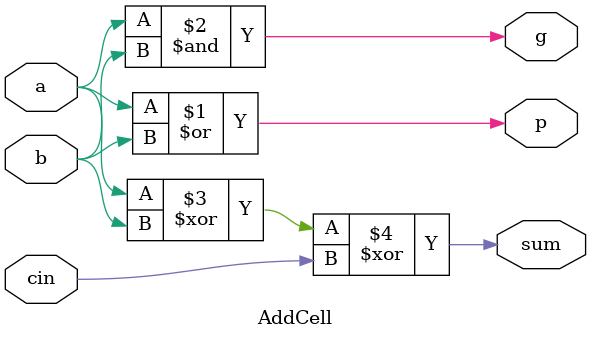
<source format=v>


module AddCell(a, b, cin, p, g, sum);

	input a, b, cin;
	output sum, p, g;
	
	assign p = a | b;
	assign g = a & b;
	assign sum = a ^ b ^ cin;
	
endmodule
</source>
